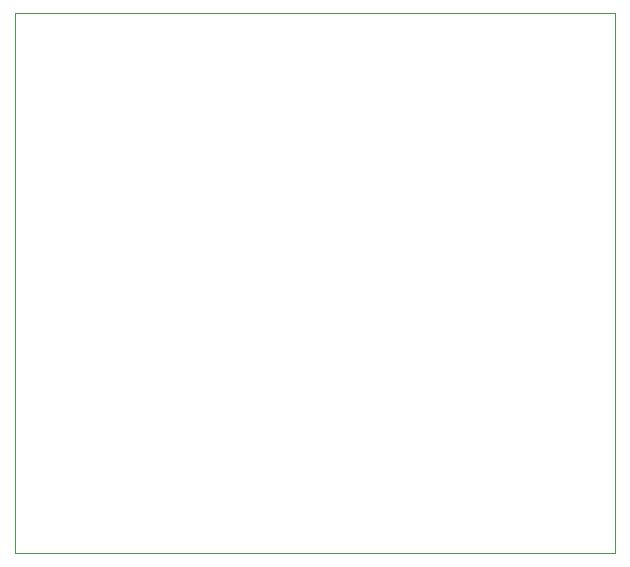
<source format=gbr>
G04 #@! TF.GenerationSoftware,KiCad,Pcbnew,(5.1.5)-1*
G04 #@! TF.CreationDate,2021-09-15T09:01:54+02:00*
G04 #@! TF.ProjectId,protest1,70726f74-6573-4743-912e-6b696361645f,rev?*
G04 #@! TF.SameCoordinates,PX59a0560PY71d9820*
G04 #@! TF.FileFunction,Profile,NP*
%FSLAX46Y46*%
G04 Gerber Fmt 4.6, Leading zero omitted, Abs format (unit mm)*
G04 Created by KiCad (PCBNEW (5.1.5)-1) date 2021-09-15 09:01:54*
%MOMM*%
%LPD*%
G04 APERTURE LIST*
%ADD10C,0.050000*%
G04 APERTURE END LIST*
D10*
X2540000Y2540000D02*
X2540000Y48260000D01*
X53340000Y2540000D02*
X2540000Y2540000D01*
X53340000Y48260000D02*
X53340000Y2540000D01*
X2540000Y48260000D02*
X53340000Y48260000D01*
M02*

</source>
